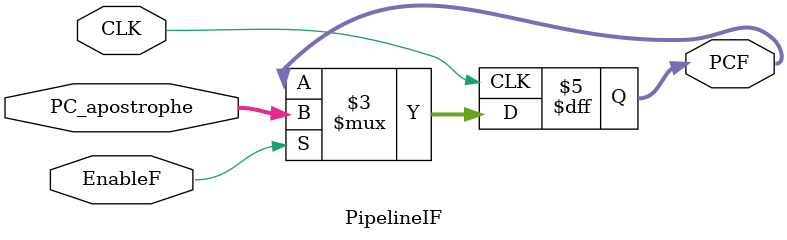
<source format=v>
module PipelineIF (
    input CLK,
    input EnableF,
    input wire[31:0] PC_apostrophe,
    output reg[31:0] PCF
);
initial begin
    PCF = 32'b0;
end
always @(posedge CLK) begin
    if (EnableF) PCF <= PC_apostrophe;
end

endmodule

</source>
